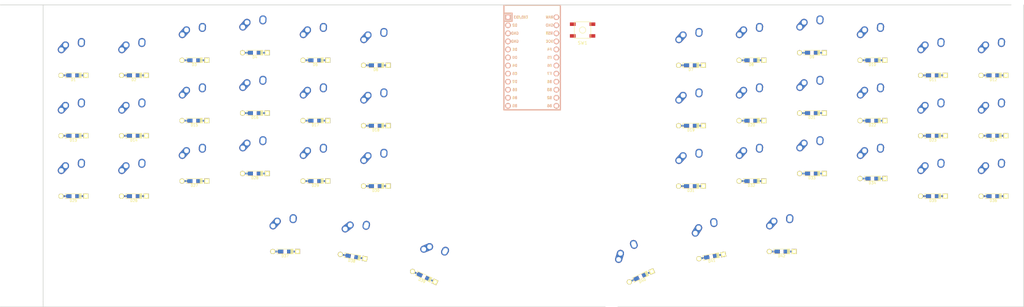
<source format=kicad_pcb>
(kicad_pcb (version 20211014) (generator pcbnew)
  (layers (0 "F.Cu" signal) (31 "B.Cu" signal) (34 "B.Paste" user) (35 "F.Paste" user) (36 "B.SilkS" user "B.Silkscreen") (37 "F.SilkS" user "F.Silkscreen") (38 "B.Mask" user) (39 "F.Mask" user) (44 "Edge.Cuts" user))
  (net 0 "")
  (net 1 "Net-(D1-Pad2)")
  (net 2 "row0")
  (net 3 "Net-(D2-Pad2)")
  (net 4 "Net-(D3-Pad2)")
  (net 5 "Net-(D4-Pad2)")
  (net 6 "Net-(D5-Pad2)")
  (net 7 "Net-(D6-Pad2)")
  (net 8 "Net-(D7-Pad2)")
  (net 9 "Net-(D8-Pad2)")
  (net 10 "Net-(D9-Pad2)")
  (net 11 "Net-(D10-Pad2)")
  (net 12 "Net-(D11-Pad2)")
  (net 14 "Net-(D13-Pad2)")
  (net 15 "row1")
  (net 16 "Net-(D14-Pad2)")
  (net 17 "Net-(D15-Pad2)")
  (net 18 "Net-(D16-Pad2)")
  (net 19 "Net-(D17-Pad2)")
  (net 20 "Net-(D18-Pad2)")
  (net 21 "Net-(D19-Pad2)")
  (net 22 "Net-(D20-Pad2)")
  (net 23 "Net-(D21-Pad2)")
  (net 24 "Net-(D22-Pad2)")
  (net 25 "Net-(D23-Pad2)")
  (net 26 "Net-(D24-Pad2)")
  (net 27 "Net-(D25-Pad2)")
  (net 28 "row2")
  (net 29 "Net-(D26-Pad2)")
  (net 30 "Net-(D27-Pad2)")
  (net 31 "Net-(D28-Pad2)")
  (net 32 "Net-(D29-Pad2)")
  (net 33 "Net-(D30-Pad2)")
  (net 34 "Net-(D31-Pad2)")
  (net 35 "Net-(D32-Pad2)")
  (net 36 "Net-(D33-Pad2)")
  (net 37 "Net-(D34-Pad2)")
  (net 38 "Net-(D35-Pad2)")
  (net 39 "Net-(D36-Pad2)")
  (net 40 "Net-(D37-Pad2)")
  (net 41 "row3")
  (net 42 "Net-(D38-Pad2)")
  (net 43 "Net-(D39-Pad2)")
  (net 44 "Net-(D40-Pad2)")
  (net 45 "Net-(D41-Pad2)")
  (net 46 "Net-(D42-Pad2)")
  (net 47 "col0")
  (net 48 "col1")
  (net 49 "col2")
  (net 50 "col3")
  (net 51 "col4")
  (net 52 "col5")
  (net 53 "col6")
  (net 54 "col7")
  (net 55 "col8")
  (net 56 "col9")
  (net 57 "colA")
  (net 59 "colB")
  (net 60 "reset")
  (net 61 "GND")
  (net 64 "VCC")
  (footprint "keebio-parts:Diode-dual" (layer "F.Cu") (at 59.53125 76.99375)
    (fp_text reference "D28")
    (fp_text value "D_Small" hide)
  )
  (footprint "keebio-parts:Diode-dual" (layer "F.Cu") (at 40.48125 79.375)
    (fp_text reference "D27")
    (fp_text value "D_Small" hide)
  )
  (footprint "MX_Alps_Hybrid:MX-1U-NoLED" (layer "F.Cu") (at 21.43125 59.53125)
    (fp_text reference "MX14")
    (fp_text value "MX-NoLED")
  )
  (footprint "keebio-parts:Diode-dual" (layer "F.Cu") (at 273.05 65.0875)
    (fp_text reference "D23")
    (fp_text value "D_Small" hide)
  )
  (footprint "keebio-parts:Diode-dual" (layer "F.Cu") (at 69.05625 101.6)
    (fp_text reference "D37")
    (fp_text value "D_Small" hide)
  )
  (footprint "keebio-parts:Diode-dual" (layer "F.Cu") (at 59.53125 38.89375)
    (fp_text reference "D4")
    (fp_text value "D_Small" hide)
  )
  (footprint "keebio-parts:Diode-dual" (layer "F.Cu") (at 215.9 41.275)
    (fp_text reference "D8")
    (fp_text value "D_Small" hide)
  )
  (footprint "keebio-parts:Diode-dual" (layer "F.Cu") (at 78.58125 79.375)
    (fp_text reference "D29")
    (fp_text value "D_Small" hide)
  )
  (footprint "keebio-parts:Diode-dual" (layer "F.Cu") (at 225.425 101.6)
    (fp_text reference "D42")
    (fp_text value "D_Small" hide)
  )
  (footprint "MX_Alps_Hybrid:MX-1U-NoLED" (layer "F.Cu") (at 115.09375 104.775 -25)
    (fp_text reference "MX39")
    (fp_text value "MX-NoLED")
  )
  (footprint "MX_Alps_Hybrid:MX-1U-NoLED" (layer "F.Cu") (at 2.38125 78.58125)
    (fp_text reference "MX25")
    (fp_text value "MX-NoLED")
  )
  (footprint "keebio-parts:Diode-dual" (layer "F.Cu") (at 254 41.275)
    (fp_text reference "D10")
    (fp_text value "D_Small" hide)
  )
  (footprint "MX_Alps_Hybrid:MX-1U-NoLED" (layer "F.Cu") (at 215.9 73.81875)
    (fp_text reference "MX32")
    (fp_text value "MX-NoLED")
  )
  (footprint "keebio-parts:Diode-dual" (layer "F.Cu") (at 254 60.325)
    (fp_text reference "D22")
    (fp_text value "D_Small" hide)
  )
  (footprint "keebio-parts:ArduinoProMicro" (layer "F.Cu") (at 146.84375 41.67425 -90)
    (fp_text reference "U1" hide)
    (fp_text value "ProMicro" hide)
  )
  (footprint "keebio-parts:Diode-dual" (layer "F.Cu") (at 112.7125 109.5375 -25)
    (fp_text reference "D39")
    (fp_text value "D_Small" hide)
  )
  (footprint "keebio-parts:Diode-dual" (layer "F.Cu") (at 292.1 46.0375)
    (fp_text reference "D12")
    (fp_text value "D_Small" hide)
  )
  (footprint "keebio-parts:Diode-dual" (layer "F.Cu") (at 203.2 103.1875 10)
    (fp_text reference "D41")
    (fp_text value "D_Small" hide)
  )
  (footprint "keebio-parts:Diode-dual" (layer "F.Cu") (at 59.53125 57.94375)
    (fp_text reference "D16")
    (fp_text value "D_Small" hide)
  )
  (footprint "MX_Alps_Hybrid:MX-1U-NoLED" (layer "F.Cu") (at 273.05 40.48125)
    (fp_text reference "MX11")
    (fp_text value "MX-NoLED")
  )
  (footprint "keebio-parts:Diode-dual" (layer "F.Cu") (at 254 78.58125)
    (fp_text reference "D34")
    (fp_text value "D_Small" hide)
  )
  (footprint "keebio-parts:Diode-dual" (layer "F.Cu") (at 40.48125 41.275)
    (fp_text reference "D3")
    (fp_text value "D_Small" hide)
  )
  (footprint "MX_Alps_Hybrid:MX-1U-NoLED" (layer "F.Cu") (at 254 54.76875)
    (fp_text reference "MX22")
    (fp_text value "MX-NoLED")
  )
  (footprint "keebio-parts:Diode-dual" (layer "F.Cu") (at 2.38125 46.0375)
    (fp_text reference "D1")
    (fp_text value "D_Small" hide)
  )
  (footprint "keebio-parts:Diode-dual" (layer "F.Cu") (at 196.85 80.9625)
    (fp_text reference "D31")
    (fp_text value "D_Small" hide)
  )
  (footprint "MX_Alps_Hybrid:MX-1U-NoLED" (layer "F.Cu") (at 292.1 78.58125)
    (fp_text reference "MX36")
    (fp_text value "MX-NoLED")
  )
  (footprint "MX_Alps_Hybrid:MX-1U-NoLED" (layer "F.Cu") (at 78.58125 54.76875)
    (fp_text reference "MX17")
    (fp_text value "MX-NoLED")
  )
  (footprint "MX_Alps_Hybrid:MX-1U-NoLED" (layer "F.Cu") (at 292.1 59.53125)
    (fp_text reference "MX24")
    (fp_text value "MX-NoLED")
  )
  (footprint "MX_Alps_Hybrid:MX-1U-NoLED" (layer "F.Cu") (at 97.63125 75.40625)
    (fp_text reference "MX30")
    (fp_text value "MX-NoLED")
  )
  (footprint "keebio-parts:Diode-dual" (layer "F.Cu") (at 215.9 60.325)
    (fp_text reference "D20")
    (fp_text value "D_Small" hide)
  )
  (footprint "MX_Alps_Hybrid:MX-1U-NoLED" (layer "F.Cu") (at 234.95 71.4375)
    (fp_text reference "MX33")
    (fp_text value "MX-NoLED")
  )
  (footprint "MX_Alps_Hybrid:MX-1U-NoLED" (layer "F.Cu") (at 234.95 33.3375)
    (fp_text reference "MX9")
    (fp_text value "MX-NoLED")
  )
  (footprint "MX_Alps_Hybrid:MX-1U-NoLED" (layer "F.Cu") (at 196.85 75.40625)
    (fp_text reference "MX31")
    (fp_text value "MX-NoLED")
  )
  (footprint "MX_Alps_Hybrid:MX-1U-NoLED" (layer "F.Cu") (at 2.38125 59.53125)
    (fp_text reference "MX13")
    (fp_text value "MX-NoLED")
  )
  (footprint "MX_Alps_Hybrid:MX-1U-NoLED" (layer "F.Cu") (at 215.9 35.71875)
    (fp_text reference "MX8")
    (fp_text value "MX-NoLED")
  )
  (footprint "keebio-parts:Diode-dual" (layer "F.Cu") (at 273.05 46.0375)
    (fp_text reference "D11")
    (fp_text value "D_Small" hide)
  )
  (footprint "MX_Alps_Hybrid:MX-1U-NoLED" (layer "F.Cu") (at 59.53125 33.3375)
    (fp_text reference "MX4")
    (fp_text value "MX-NoLED")
  )
  (footprint "MX_Alps_Hybrid:MX-1U-NoLED" (layer "F.Cu") (at 292.1 40.48125)
    (fp_text reference "MX12")
    (fp_text value "MX-NoLED")
  )
  (footprint "keebio-parts:Diode-dual" (layer "F.Cu") (at 234.95 38.89375)
    (fp_text reference "D9")
    (fp_text value "D_Small" hide)
  )
  (footprint "keebio-parts:Diode-dual" (layer "F.Cu") (at 21.43125 84.1375)
    (fp_text reference "D26")
    (fp_text value "D_Small" hide)
  )
  (footprint "keebio-parts:Diode-dual" (layer "F.Cu") (at 21.43125 46.0375)
    (fp_text reference "D2")
    (fp_text value "D_Small" hide)
  )
  (footprint "MX_Alps_Hybrid:MX-1U-NoLED" (layer "F.Cu") (at 59.53125 52.3875)
    (fp_text reference "MX16")
    (fp_text value "MX-NoLED")
  )
  (footprint "MX_Alps_Hybrid:MX-1U-NoLED" (layer "F.Cu") (at 78.58125 73.81875)
    (fp_text reference "MX29")
    (fp_text value "MX-NoLED")
  )
  (footprint "keebio-parts:Diode-dual" (layer "F.Cu") (at 292.1 84.1375)
    (fp_text reference "D36")
    (fp_text value "D_Small" hide)
  )
  (footprint "keebio-parts:Diode-dual" (layer "F.Cu") (at 90.278731 103.1875 -10)
    (fp_text reference "D38")
    (fp_text value "D_Small" hide)
  )
  (footprint "keebio-parts:Diode-dual" (layer "F.Cu") (at 97.63125 42.8625)
    (fp_text reference "D6")
    (fp_text value "D_Small" hide)
  )
  (footprint "random-keyboard-parts:SKQG-1155865" (layer "F.Cu") (at 162.71875 31.75)
    (fp_text reference "SW1")
    (fp_text value "SW_Push")
  )
  (footprint "keebio-parts:Diode-dual" (layer "F.Cu") (at 2.38125 65.0875)
    (fp_text reference "D13")
    (fp_text value "D_Small" hide)
  )
  (footprint "MX_Alps_Hybrid:MX-1U-NoLED" (layer "F.Cu") (at 40.48125 54.76875)
    (fp_text reference "MX15")
    (fp_text value "MX-NoLED")
  )
  (footprint "MX_Alps_Hybrid:MX-1U-NoLED" (layer "F.Cu") (at 59.53125 71.4375)
    (fp_text reference "MX28")
    (fp_text value "MX-NoLED")
  )
  (footprint "keebio-parts:Diode-dual" (layer "F.Cu") (at 78.58125 60.325)
    (fp_text reference "D17")
    (fp_text value "D_Small" hide)
  )
  (footprint "MX_Alps_Hybrid:MX-1U-NoLED" (layer "F.Cu") (at 196.85 56.35625)
    (fp_text reference "MX19")
    (fp_text value "MX-NoLED")
  )
  (footprint "MX_Alps_Hybrid:MX-1U-NoLED" (layer "F.Cu") (at 196.85 37.30625)
    (fp_text reference "MX7")
    (fp_text value "MX-NoLED")
  )
  (footprint "MX_Alps_Hybrid:MX-1U-NoLED" (layer "F.Cu") (at 254 35.71875)
    (fp_text reference "MX10")
    (fp_text value "MX-NoLED")
  )
  (footprint "MX_Alps_Hybrid:MX-1U-NoLED" (layer "F.Cu") (at 202.40625 97.63125 10)
    (fp_text reference "MX41")
    (fp_text value "MX-NoLED")
  )
  (footprint "MX_Alps_Hybrid:MX-1U-NoLED" (layer "F.Cu") (at 97.63125 37.30625)
    (fp_text reference "MX6")
    (fp_text value "MX-NoLED")
  )
  (footprint "keebio-parts:Diode-dual" (layer "F.Cu") (at 292.1 65.0875)
    (fp_text reference "D24")
    (fp_text value "D_Small" hide)
  )
  (footprint "keebio-parts:Diode-dual" (layer "F.Cu") (at 97.63125 61.9125)
    (fp_text reference "D18")
    (fp_text value "D_Small" hide)
  )
  (footprint "MX_Alps_Hybrid:MX-1U-NoLED" (layer "F.Cu") (at 21.43125 78.58125)
    (fp_text reference "MX26")
    (fp_text value "MX-NoLED")
  )
  (footprint "MX_Alps_Hybrid:MX-1U-NoLED" (layer "F.Cu") (at 225.425 96.04375)
    (fp_text reference "MX42")
    (fp_text value "MX-NoLED")
  )
  (footprint "keebio-parts:Diode-dual" (layer "F.Cu") (at 196.85 61.9125)
    (fp_text reference "D19")
    (fp_text value "D_Small" hide)
  )
  (footprint "keebio-parts:Diode-dual" (layer "F.Cu") (at 273.05 84.1375)
    (fp_text reference "D35")
    (fp_text value "D_Small" hide)
  )
  (footprint "keebio-parts:Diode-dual" (layer "F.Cu") (at 180.975 109.5375 25)
    (fp_text reference "D40")
    (fp_text value "D_Small" hide)
  )
  (footprint "MX_Alps_Hybrid:MX-1U-NoLED" (layer "F.Cu") (at 21.43125 40.48125)
    (fp_text reference "MX2")
    (fp_text value "MX-NoLED")
  )
  (footprint "MX_Alps_Hybrid:MX-1U-NoLED" (layer "F.Cu") (at 273.05 78.58125)
    (fp_text reference "MX35")
    (fp_text value "MX-NoLED")
  )
  (footprint "MX_Alps_Hybrid:MX-1U-NoLED" (layer "F.Cu") (at 254 73.81875)
    (fp_text reference "MX34")
    (fp_text value "MX-NoLED")
  )
  (footprint "MX_Alps_Hybrid:MX-1U-NoLED" (layer "F.Cu") (at 69.05625 96.04375)
    (fp_text reference "MX37")
    (fp_text value "MX-NoLED")
  )
  (footprint "MX_Alps_Hybrid:MX-1U-NoLED" (layer "F.Cu") (at 97.63125 56.35625)
    (fp_text reference "MX18")
    (fp_text value "MX-NoLED")
  )
  (footprint "keebio-parts:Diode-dual" (layer "F.Cu") (at 234.95 57.94375)
    (fp_text reference "D21")
    (fp_text value "D_Small" hide)
  )
  (footprint "MX_Alps_Hybrid:MX-1U-NoLED" (layer "F.Cu") (at 40.48125 73.81875)
    (fp_text reference "MX27")
    (fp_text value "MX-NoLED")
  )
  (footprint "keebio-parts:Diode-dual" (layer "F.Cu") (at 196.85 42.8625)
    (fp_text reference "D7")
    (fp_text value "D_Small" hide)
  )
  (footprint "MX_Alps_Hybrid:MX-1U-NoLED" (layer "F.Cu") (at 2.38125 40.48125)
    (fp_text reference "MX1")
    (fp_text value "MX-NoLED")
  )
  (footprint "MX_Alps_Hybrid:MX-1U-NoLED" (layer "F.Cu") (at 78.58125 35.71875)
    (fp_text reference "MX5")
    (fp_text value "MX-NoLED")
  )
  (footprint "MX_Alps_Hybrid:MX-1U-NoLED" (layer "F.Cu") (at 273.05 59.53125)
    (fp_text reference "MX23")
    (fp_text value "MX-NoLED")
  )
  (footprint "MX_Alps_Hybrid:MX-1U-NoLED" (layer "F.Cu") (at 234.95 52.3875)
    (fp_text reference "MX21")
    (fp_text value "MX-NoLED")
  )
  (footprint "keebio-parts:Diode-dual" (layer "F.Cu") (at 234.95 76.99375)
    (fp_text reference "D33")
    (fp_text value "D_Small" hide)
  )
  (footprint "keebio-parts:Diode-dual" (layer "F.Cu") (at 97.63125 80.9625)
    (fp_text reference "D30")
    (fp_text value "D_Small" hide)
  )
  (footprint "MX_Alps_Hybrid:MX-1U-NoLED" (layer "F.Cu") (at 40.48125 35.71875)
    (fp_text reference "MX3")
    (fp_text value "MX-NoLED")
  )
  (footprint "keebio-parts:Diode-dual" (layer "F.Cu") (at 21.43125 65.0875)
    (fp_text reference "D14")
    (fp_text value "D_Small" hide)
  )
  (footprint "keebio-parts:Diode-dual" (layer "F.Cu") (at 2.38125 84.1375)
    (fp_text reference "D25")
    (fp_text value "D_Small" hide)
  )
  (footprint "MX_Alps_Hybrid:MX-1U-NoLED" (layer "F.Cu") (at 215.9 54.76875)
    (fp_text reference "MX20")
    (fp_text value "MX-NoLED")
  )
  (footprint "MX_Alps_Hybrid:MX-1U-NoLED" (layer "F.Cu") (at 178.59375 104.775 25)
    (fp_text reference "MX40")
    (fp_text value "MX-NoLED")
  )
  (footprint "keebio-parts:Diode-dual" (layer "F.Cu") (at 78.58125 41.275)
    (fp_text reference "D5")
    (fp_text value "D_Small" hide)
  )
  (footprint "MX_Alps_Hybrid:MX-1U-NoLED" (layer "F.Cu") (at 91.28125 97.63125 -10)
    (fp_text reference "MX38")
    (fp_text value "MX-NoLED")
  )
  (footprint "keebio-parts:Diode-dual" (layer "F.Cu") (at 215.9 79.375)
    (fp_text reference "D32")
    (fp_text value "D_Small" hide)
  )
  (footprint "keebio-parts:Diode-dual" (layer "F.Cu") (at 40.48125 60.325)
    (fp_text reference "D15")
    (fp_text value "D_Small" hide)
  )
  (gr_line (start 173.83125 119.0625) (end 301.625 119.0625) (layer "Edge.Cuts") (width 0.2))
  (gr_line (start -7.14375 23.8125) (end -7.14375 117.475) (layer "Edge.Cuts") (width 0.2))
  (gr_line (start 297.65625 23.8125) (end -20.6375 23.8125) (layer "Edge.Cuts") (width 0.2))
  (gr_line (start -7.14375 117.475) (end -7.14375 119.0625) (layer "Edge.Cuts") (width 0.2))
  (gr_line (start -20.6375 119.0625) (end 169.8625 119.0625) (layer "Edge.Cuts") (width 0.2))
  (gr_line (start 301.625 119.0625) (end 301.625 23.8125) (layer "Edge.Cuts") (width 0.2))
)
</source>
